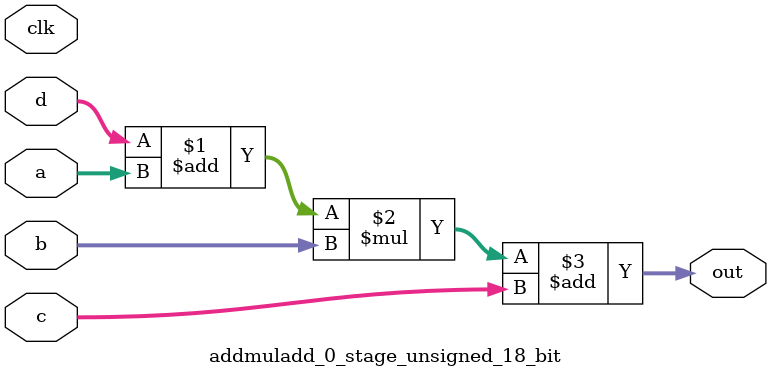
<source format=sv>
(* use_dsp = "yes" *) module addmuladd_0_stage_unsigned_18_bit(
	input  [17:0] a,
	input  [17:0] b,
	input  [17:0] c,
	input  [17:0] d,
	output [17:0] out,
	input clk);

	assign out = ((d + a) * b) + c;
endmodule

</source>
